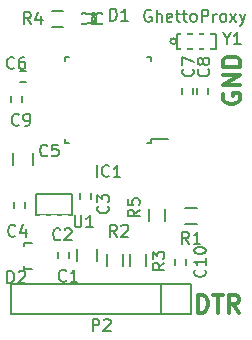
<source format=gto>
G04 #@! TF.FileFunction,Legend,Top*
%FSLAX46Y46*%
G04 Gerber Fmt 4.6, Leading zero omitted, Abs format (unit mm)*
G04 Created by KiCad (PCBNEW (2014-11-21 BZR 5297)-product) date Mo 02 Feb 2015 01:28:56 CET*
%MOMM*%
G01*
G04 APERTURE LIST*
%ADD10C,0.150000*%
%ADD11C,0.200000*%
%ADD12C,0.300000*%
%ADD13R,1.250000X1.000000*%
%ADD14R,0.500000X0.600000*%
%ADD15R,0.600000X0.500000*%
%ADD16R,0.797560X0.797560*%
%ADD17R,0.800100X0.800100*%
%ADD18R,1.600000X0.550000*%
%ADD19R,0.550000X1.600000*%
%ADD20R,2.032000X1.727200*%
%ADD21O,2.032000X1.727200*%
%ADD22R,1.727200X2.032000*%
%ADD23O,1.727200X2.032000*%
%ADD24R,0.500000X0.900000*%
%ADD25R,0.900000X0.500000*%
%ADD26R,0.508000X0.762000*%
%ADD27R,0.600000X1.800000*%
G04 APERTURE END LIST*
D10*
D11*
X167309523Y-99500000D02*
X167214285Y-99452381D01*
X167071428Y-99452381D01*
X166928570Y-99500000D01*
X166833332Y-99595238D01*
X166785713Y-99690476D01*
X166738094Y-99880952D01*
X166738094Y-100023810D01*
X166785713Y-100214286D01*
X166833332Y-100309524D01*
X166928570Y-100404762D01*
X167071428Y-100452381D01*
X167166666Y-100452381D01*
X167309523Y-100404762D01*
X167357142Y-100357143D01*
X167357142Y-100023810D01*
X167166666Y-100023810D01*
X167785713Y-100452381D02*
X167785713Y-99452381D01*
X168214285Y-100452381D02*
X168214285Y-99928571D01*
X168166666Y-99833333D01*
X168071428Y-99785714D01*
X167928570Y-99785714D01*
X167833332Y-99833333D01*
X167785713Y-99880952D01*
X169071428Y-100404762D02*
X168976190Y-100452381D01*
X168785713Y-100452381D01*
X168690475Y-100404762D01*
X168642856Y-100309524D01*
X168642856Y-99928571D01*
X168690475Y-99833333D01*
X168785713Y-99785714D01*
X168976190Y-99785714D01*
X169071428Y-99833333D01*
X169119047Y-99928571D01*
X169119047Y-100023810D01*
X168642856Y-100119048D01*
X169404761Y-99785714D02*
X169785713Y-99785714D01*
X169547618Y-99452381D02*
X169547618Y-100309524D01*
X169595237Y-100404762D01*
X169690475Y-100452381D01*
X169785713Y-100452381D01*
X169976190Y-99785714D02*
X170357142Y-99785714D01*
X170119047Y-99452381D02*
X170119047Y-100309524D01*
X170166666Y-100404762D01*
X170261904Y-100452381D01*
X170357142Y-100452381D01*
X170833333Y-100452381D02*
X170738095Y-100404762D01*
X170690476Y-100357143D01*
X170642857Y-100261905D01*
X170642857Y-99976190D01*
X170690476Y-99880952D01*
X170738095Y-99833333D01*
X170833333Y-99785714D01*
X170976191Y-99785714D01*
X171071429Y-99833333D01*
X171119048Y-99880952D01*
X171166667Y-99976190D01*
X171166667Y-100261905D01*
X171119048Y-100357143D01*
X171071429Y-100404762D01*
X170976191Y-100452381D01*
X170833333Y-100452381D01*
X171595238Y-100452381D02*
X171595238Y-99452381D01*
X171976191Y-99452381D01*
X172071429Y-99500000D01*
X172119048Y-99547619D01*
X172166667Y-99642857D01*
X172166667Y-99785714D01*
X172119048Y-99880952D01*
X172071429Y-99928571D01*
X171976191Y-99976190D01*
X171595238Y-99976190D01*
X172595238Y-100452381D02*
X172595238Y-99785714D01*
X172595238Y-99976190D02*
X172642857Y-99880952D01*
X172690476Y-99833333D01*
X172785714Y-99785714D01*
X172880953Y-99785714D01*
X173357143Y-100452381D02*
X173261905Y-100404762D01*
X173214286Y-100357143D01*
X173166667Y-100261905D01*
X173166667Y-99976190D01*
X173214286Y-99880952D01*
X173261905Y-99833333D01*
X173357143Y-99785714D01*
X173500001Y-99785714D01*
X173595239Y-99833333D01*
X173642858Y-99880952D01*
X173690477Y-99976190D01*
X173690477Y-100261905D01*
X173642858Y-100357143D01*
X173595239Y-100404762D01*
X173500001Y-100452381D01*
X173357143Y-100452381D01*
X174023810Y-100452381D02*
X174547620Y-99785714D01*
X174023810Y-99785714D02*
X174547620Y-100452381D01*
X174833334Y-99785714D02*
X175071429Y-100452381D01*
X175309525Y-99785714D02*
X175071429Y-100452381D01*
X174976191Y-100690476D01*
X174928572Y-100738095D01*
X174833334Y-100785714D01*
D12*
X173450000Y-106542857D02*
X173378571Y-106685714D01*
X173378571Y-106900000D01*
X173450000Y-107114285D01*
X173592857Y-107257143D01*
X173735714Y-107328571D01*
X174021429Y-107400000D01*
X174235714Y-107400000D01*
X174521429Y-107328571D01*
X174664286Y-107257143D01*
X174807143Y-107114285D01*
X174878571Y-106900000D01*
X174878571Y-106757143D01*
X174807143Y-106542857D01*
X174735714Y-106471428D01*
X174235714Y-106471428D01*
X174235714Y-106757143D01*
X174878571Y-105828571D02*
X173378571Y-105828571D01*
X174878571Y-104971428D01*
X173378571Y-104971428D01*
X174878571Y-104257142D02*
X173378571Y-104257142D01*
X173378571Y-103899999D01*
X173450000Y-103685714D01*
X173592857Y-103542856D01*
X173735714Y-103471428D01*
X174021429Y-103399999D01*
X174235714Y-103399999D01*
X174521429Y-103471428D01*
X174664286Y-103542856D01*
X174807143Y-103685714D01*
X174878571Y-103899999D01*
X174878571Y-104257142D01*
X171285715Y-125078571D02*
X171285715Y-123578571D01*
X171642858Y-123578571D01*
X171857143Y-123650000D01*
X172000001Y-123792857D01*
X172071429Y-123935714D01*
X172142858Y-124221429D01*
X172142858Y-124435714D01*
X172071429Y-124721429D01*
X172000001Y-124864286D01*
X171857143Y-125007143D01*
X171642858Y-125078571D01*
X171285715Y-125078571D01*
X172571429Y-123578571D02*
X173428572Y-123578571D01*
X173000001Y-125078571D02*
X173000001Y-123578571D01*
X174785715Y-125078571D02*
X174285715Y-124364286D01*
X173928572Y-125078571D02*
X173928572Y-123578571D01*
X174500000Y-123578571D01*
X174642858Y-123650000D01*
X174714286Y-123721429D01*
X174785715Y-123864286D01*
X174785715Y-124078571D01*
X174714286Y-124221429D01*
X174642858Y-124292857D01*
X174500000Y-124364286D01*
X173928572Y-124364286D01*
D10*
X161050000Y-119700000D02*
X161050000Y-120700000D01*
X162750000Y-120700000D02*
X162750000Y-119700000D01*
X159425000Y-119950000D02*
X159425000Y-120450000D01*
X160375000Y-120450000D02*
X160375000Y-119950000D01*
X162275000Y-115450000D02*
X162275000Y-114950000D01*
X161325000Y-114950000D02*
X161325000Y-115450000D01*
X156675000Y-116250000D02*
X156675000Y-115750000D01*
X155725000Y-115750000D02*
X155725000Y-116250000D01*
X155650000Y-111600000D02*
X155650000Y-112600000D01*
X157350000Y-112600000D02*
X157350000Y-111600000D01*
X155425000Y-106750000D02*
X155425000Y-107250000D01*
X156375000Y-107250000D02*
X156375000Y-106750000D01*
X170875000Y-106550000D02*
X170875000Y-106050000D01*
X169925000Y-106050000D02*
X169925000Y-106550000D01*
X172175000Y-106550000D02*
X172175000Y-106050000D01*
X171225000Y-106050000D02*
X171225000Y-106550000D01*
X156250000Y-105575000D02*
X156750000Y-105575000D01*
X156750000Y-104625000D02*
X156250000Y-104625000D01*
X170275000Y-121050000D02*
X170275000Y-120550000D01*
X169325000Y-120550000D02*
X169325000Y-121050000D01*
X162749580Y-99750420D02*
X162749580Y-100649580D01*
X162749580Y-100649580D02*
X163148360Y-100649580D01*
X163148360Y-99750420D02*
X163148360Y-100649580D01*
X162749580Y-99750420D02*
X163148360Y-99750420D01*
X161451640Y-99750420D02*
X161451640Y-100649580D01*
X161451640Y-100649580D02*
X161850420Y-100649580D01*
X161850420Y-99750420D02*
X161850420Y-100649580D01*
X161451640Y-99750420D02*
X161850420Y-99750420D01*
X162300000Y-99750420D02*
X162300000Y-99900280D01*
X162300000Y-99900280D02*
X162599720Y-99900280D01*
X162599720Y-99750420D02*
X162599720Y-99900280D01*
X162300000Y-99750420D02*
X162599720Y-99750420D01*
X162300000Y-100499720D02*
X162300000Y-100649580D01*
X162300000Y-100649580D02*
X162599720Y-100649580D01*
X162599720Y-100499720D02*
X162599720Y-100649580D01*
X162300000Y-100499720D02*
X162599720Y-100499720D01*
X162300000Y-100050140D02*
X162300000Y-100349860D01*
X162300000Y-100349860D02*
X162599720Y-100349860D01*
X162599720Y-100050140D02*
X162599720Y-100349860D01*
X162300000Y-100050140D02*
X162599720Y-100050140D01*
X162749580Y-99801220D02*
X161850420Y-99801220D01*
X162749580Y-100598780D02*
X161850420Y-100598780D01*
X156549760Y-119400840D02*
X156549760Y-119449100D01*
X157250800Y-121399820D02*
X156549760Y-121399820D01*
X156549760Y-121399820D02*
X156549760Y-121150900D01*
X156549760Y-119400840D02*
X156549760Y-119200180D01*
X156549760Y-119200180D02*
X157250800Y-119200180D01*
X167325000Y-110725000D02*
X167325000Y-110400000D01*
X160075000Y-110725000D02*
X160075000Y-110400000D01*
X160075000Y-103475000D02*
X160075000Y-103800000D01*
X167325000Y-103475000D02*
X167325000Y-103800000D01*
X167325000Y-110725000D02*
X167000000Y-110725000D01*
X167325000Y-103475000D02*
X167000000Y-103475000D01*
X160075000Y-103475000D02*
X160400000Y-103475000D01*
X160075000Y-110725000D02*
X160400000Y-110725000D01*
X167325000Y-110400000D02*
X168750000Y-110400000D01*
X168180000Y-125170000D02*
X155480000Y-125170000D01*
X155480000Y-125170000D02*
X155480000Y-122630000D01*
X155480000Y-122630000D02*
X168180000Y-122630000D01*
X170720000Y-125170000D02*
X168180000Y-125170000D01*
X168180000Y-125170000D02*
X168180000Y-122630000D01*
X170720000Y-125170000D02*
X170720000Y-122630000D01*
X170720000Y-122630000D02*
X168180000Y-122630000D01*
X170200000Y-116225000D02*
X171200000Y-116225000D01*
X171200000Y-117575000D02*
X170200000Y-117575000D01*
X164975000Y-120100000D02*
X164975000Y-121100000D01*
X163625000Y-121100000D02*
X163625000Y-120100000D01*
X166875000Y-120100000D02*
X166875000Y-121100000D01*
X165525000Y-121100000D02*
X165525000Y-120100000D01*
X158900000Y-99525000D02*
X159900000Y-99525000D01*
X159900000Y-100875000D02*
X158900000Y-100875000D01*
X167125000Y-117300000D02*
X167125000Y-116300000D01*
X168475000Y-116300000D02*
X168475000Y-117300000D01*
X160624000Y-115011000D02*
X160624000Y-116789000D01*
X160624000Y-116789000D02*
X157576000Y-116789000D01*
X157576000Y-116789000D02*
X157576000Y-115011000D01*
X157576000Y-115011000D02*
X160624000Y-115011000D01*
X169450000Y-102100000D02*
G75*
G03X169450000Y-102100000I-250000J0D01*
G01*
X169500000Y-102750000D02*
X172800000Y-102750000D01*
X172800000Y-102750000D02*
X172800000Y-101450000D01*
X172800000Y-101450000D02*
X169500000Y-101450000D01*
X169500000Y-101450000D02*
X169500000Y-102750000D01*
X160133334Y-122357143D02*
X160085715Y-122404762D01*
X159942858Y-122452381D01*
X159847620Y-122452381D01*
X159704762Y-122404762D01*
X159609524Y-122309524D01*
X159561905Y-122214286D01*
X159514286Y-122023810D01*
X159514286Y-121880952D01*
X159561905Y-121690476D01*
X159609524Y-121595238D01*
X159704762Y-121500000D01*
X159847620Y-121452381D01*
X159942858Y-121452381D01*
X160085715Y-121500000D01*
X160133334Y-121547619D01*
X161085715Y-122452381D02*
X160514286Y-122452381D01*
X160800000Y-122452381D02*
X160800000Y-121452381D01*
X160704762Y-121595238D01*
X160609524Y-121690476D01*
X160514286Y-121738095D01*
X159633334Y-118857143D02*
X159585715Y-118904762D01*
X159442858Y-118952381D01*
X159347620Y-118952381D01*
X159204762Y-118904762D01*
X159109524Y-118809524D01*
X159061905Y-118714286D01*
X159014286Y-118523810D01*
X159014286Y-118380952D01*
X159061905Y-118190476D01*
X159109524Y-118095238D01*
X159204762Y-118000000D01*
X159347620Y-117952381D01*
X159442858Y-117952381D01*
X159585715Y-118000000D01*
X159633334Y-118047619D01*
X160014286Y-118047619D02*
X160061905Y-118000000D01*
X160157143Y-117952381D01*
X160395239Y-117952381D01*
X160490477Y-118000000D01*
X160538096Y-118047619D01*
X160585715Y-118142857D01*
X160585715Y-118238095D01*
X160538096Y-118380952D01*
X159966667Y-118952381D01*
X160585715Y-118952381D01*
X163657143Y-116066666D02*
X163704762Y-116114285D01*
X163752381Y-116257142D01*
X163752381Y-116352380D01*
X163704762Y-116495238D01*
X163609524Y-116590476D01*
X163514286Y-116638095D01*
X163323810Y-116685714D01*
X163180952Y-116685714D01*
X162990476Y-116638095D01*
X162895238Y-116590476D01*
X162800000Y-116495238D01*
X162752381Y-116352380D01*
X162752381Y-116257142D01*
X162800000Y-116114285D01*
X162847619Y-116066666D01*
X162752381Y-115733333D02*
X162752381Y-115114285D01*
X163133333Y-115447619D01*
X163133333Y-115304761D01*
X163180952Y-115209523D01*
X163228571Y-115161904D01*
X163323810Y-115114285D01*
X163561905Y-115114285D01*
X163657143Y-115161904D01*
X163704762Y-115209523D01*
X163752381Y-115304761D01*
X163752381Y-115590476D01*
X163704762Y-115685714D01*
X163657143Y-115733333D01*
X155833334Y-118557143D02*
X155785715Y-118604762D01*
X155642858Y-118652381D01*
X155547620Y-118652381D01*
X155404762Y-118604762D01*
X155309524Y-118509524D01*
X155261905Y-118414286D01*
X155214286Y-118223810D01*
X155214286Y-118080952D01*
X155261905Y-117890476D01*
X155309524Y-117795238D01*
X155404762Y-117700000D01*
X155547620Y-117652381D01*
X155642858Y-117652381D01*
X155785715Y-117700000D01*
X155833334Y-117747619D01*
X156690477Y-117985714D02*
X156690477Y-118652381D01*
X156452381Y-117604762D02*
X156214286Y-118319048D01*
X156833334Y-118319048D01*
X158533334Y-111757143D02*
X158485715Y-111804762D01*
X158342858Y-111852381D01*
X158247620Y-111852381D01*
X158104762Y-111804762D01*
X158009524Y-111709524D01*
X157961905Y-111614286D01*
X157914286Y-111423810D01*
X157914286Y-111280952D01*
X157961905Y-111090476D01*
X158009524Y-110995238D01*
X158104762Y-110900000D01*
X158247620Y-110852381D01*
X158342858Y-110852381D01*
X158485715Y-110900000D01*
X158533334Y-110947619D01*
X159438096Y-110852381D02*
X158961905Y-110852381D01*
X158914286Y-111328571D01*
X158961905Y-111280952D01*
X159057143Y-111233333D01*
X159295239Y-111233333D01*
X159390477Y-111280952D01*
X159438096Y-111328571D01*
X159485715Y-111423810D01*
X159485715Y-111661905D01*
X159438096Y-111757143D01*
X159390477Y-111804762D01*
X159295239Y-111852381D01*
X159057143Y-111852381D01*
X158961905Y-111804762D01*
X158914286Y-111757143D01*
X155733334Y-104357143D02*
X155685715Y-104404762D01*
X155542858Y-104452381D01*
X155447620Y-104452381D01*
X155304762Y-104404762D01*
X155209524Y-104309524D01*
X155161905Y-104214286D01*
X155114286Y-104023810D01*
X155114286Y-103880952D01*
X155161905Y-103690476D01*
X155209524Y-103595238D01*
X155304762Y-103500000D01*
X155447620Y-103452381D01*
X155542858Y-103452381D01*
X155685715Y-103500000D01*
X155733334Y-103547619D01*
X156590477Y-103452381D02*
X156400000Y-103452381D01*
X156304762Y-103500000D01*
X156257143Y-103547619D01*
X156161905Y-103690476D01*
X156114286Y-103880952D01*
X156114286Y-104261905D01*
X156161905Y-104357143D01*
X156209524Y-104404762D01*
X156304762Y-104452381D01*
X156495239Y-104452381D01*
X156590477Y-104404762D01*
X156638096Y-104357143D01*
X156685715Y-104261905D01*
X156685715Y-104023810D01*
X156638096Y-103928571D01*
X156590477Y-103880952D01*
X156495239Y-103833333D01*
X156304762Y-103833333D01*
X156209524Y-103880952D01*
X156161905Y-103928571D01*
X156114286Y-104023810D01*
X170857143Y-104466666D02*
X170904762Y-104514285D01*
X170952381Y-104657142D01*
X170952381Y-104752380D01*
X170904762Y-104895238D01*
X170809524Y-104990476D01*
X170714286Y-105038095D01*
X170523810Y-105085714D01*
X170380952Y-105085714D01*
X170190476Y-105038095D01*
X170095238Y-104990476D01*
X170000000Y-104895238D01*
X169952381Y-104752380D01*
X169952381Y-104657142D01*
X170000000Y-104514285D01*
X170047619Y-104466666D01*
X169952381Y-104133333D02*
X169952381Y-103466666D01*
X170952381Y-103895238D01*
X172157143Y-104466666D02*
X172204762Y-104514285D01*
X172252381Y-104657142D01*
X172252381Y-104752380D01*
X172204762Y-104895238D01*
X172109524Y-104990476D01*
X172014286Y-105038095D01*
X171823810Y-105085714D01*
X171680952Y-105085714D01*
X171490476Y-105038095D01*
X171395238Y-104990476D01*
X171300000Y-104895238D01*
X171252381Y-104752380D01*
X171252381Y-104657142D01*
X171300000Y-104514285D01*
X171347619Y-104466666D01*
X171680952Y-103895238D02*
X171633333Y-103990476D01*
X171585714Y-104038095D01*
X171490476Y-104085714D01*
X171442857Y-104085714D01*
X171347619Y-104038095D01*
X171300000Y-103990476D01*
X171252381Y-103895238D01*
X171252381Y-103704761D01*
X171300000Y-103609523D01*
X171347619Y-103561904D01*
X171442857Y-103514285D01*
X171490476Y-103514285D01*
X171585714Y-103561904D01*
X171633333Y-103609523D01*
X171680952Y-103704761D01*
X171680952Y-103895238D01*
X171728571Y-103990476D01*
X171776190Y-104038095D01*
X171871429Y-104085714D01*
X172061905Y-104085714D01*
X172157143Y-104038095D01*
X172204762Y-103990476D01*
X172252381Y-103895238D01*
X172252381Y-103704761D01*
X172204762Y-103609523D01*
X172157143Y-103561904D01*
X172061905Y-103514285D01*
X171871429Y-103514285D01*
X171776190Y-103561904D01*
X171728571Y-103609523D01*
X171680952Y-103704761D01*
X156133334Y-109157143D02*
X156085715Y-109204762D01*
X155942858Y-109252381D01*
X155847620Y-109252381D01*
X155704762Y-109204762D01*
X155609524Y-109109524D01*
X155561905Y-109014286D01*
X155514286Y-108823810D01*
X155514286Y-108680952D01*
X155561905Y-108490476D01*
X155609524Y-108395238D01*
X155704762Y-108300000D01*
X155847620Y-108252381D01*
X155942858Y-108252381D01*
X156085715Y-108300000D01*
X156133334Y-108347619D01*
X156609524Y-109252381D02*
X156800000Y-109252381D01*
X156895239Y-109204762D01*
X156942858Y-109157143D01*
X157038096Y-109014286D01*
X157085715Y-108823810D01*
X157085715Y-108442857D01*
X157038096Y-108347619D01*
X156990477Y-108300000D01*
X156895239Y-108252381D01*
X156704762Y-108252381D01*
X156609524Y-108300000D01*
X156561905Y-108347619D01*
X156514286Y-108442857D01*
X156514286Y-108680952D01*
X156561905Y-108776190D01*
X156609524Y-108823810D01*
X156704762Y-108871429D01*
X156895239Y-108871429D01*
X156990477Y-108823810D01*
X157038096Y-108776190D01*
X157085715Y-108680952D01*
X171857143Y-121442857D02*
X171904762Y-121490476D01*
X171952381Y-121633333D01*
X171952381Y-121728571D01*
X171904762Y-121871429D01*
X171809524Y-121966667D01*
X171714286Y-122014286D01*
X171523810Y-122061905D01*
X171380952Y-122061905D01*
X171190476Y-122014286D01*
X171095238Y-121966667D01*
X171000000Y-121871429D01*
X170952381Y-121728571D01*
X170952381Y-121633333D01*
X171000000Y-121490476D01*
X171047619Y-121442857D01*
X171952381Y-120490476D02*
X171952381Y-121061905D01*
X171952381Y-120776191D02*
X170952381Y-120776191D01*
X171095238Y-120871429D01*
X171190476Y-120966667D01*
X171238095Y-121061905D01*
X170952381Y-119871429D02*
X170952381Y-119776190D01*
X171000000Y-119680952D01*
X171047619Y-119633333D01*
X171142857Y-119585714D01*
X171333333Y-119538095D01*
X171571429Y-119538095D01*
X171761905Y-119585714D01*
X171857143Y-119633333D01*
X171904762Y-119680952D01*
X171952381Y-119776190D01*
X171952381Y-119871429D01*
X171904762Y-119966667D01*
X171857143Y-120014286D01*
X171761905Y-120061905D01*
X171571429Y-120109524D01*
X171333333Y-120109524D01*
X171142857Y-120061905D01*
X171047619Y-120014286D01*
X171000000Y-119966667D01*
X170952381Y-119871429D01*
X163861905Y-100352381D02*
X163861905Y-99352381D01*
X164100000Y-99352381D01*
X164242858Y-99400000D01*
X164338096Y-99495238D01*
X164385715Y-99590476D01*
X164433334Y-99780952D01*
X164433334Y-99923810D01*
X164385715Y-100114286D01*
X164338096Y-100209524D01*
X164242858Y-100304762D01*
X164100000Y-100352381D01*
X163861905Y-100352381D01*
X165385715Y-100352381D02*
X164814286Y-100352381D01*
X165100000Y-100352381D02*
X165100000Y-99352381D01*
X165004762Y-99495238D01*
X164909524Y-99590476D01*
X164814286Y-99638095D01*
X155161905Y-122552381D02*
X155161905Y-121552381D01*
X155400000Y-121552381D01*
X155542858Y-121600000D01*
X155638096Y-121695238D01*
X155685715Y-121790476D01*
X155733334Y-121980952D01*
X155733334Y-122123810D01*
X155685715Y-122314286D01*
X155638096Y-122409524D01*
X155542858Y-122504762D01*
X155400000Y-122552381D01*
X155161905Y-122552381D01*
X156114286Y-121647619D02*
X156161905Y-121600000D01*
X156257143Y-121552381D01*
X156495239Y-121552381D01*
X156590477Y-121600000D01*
X156638096Y-121647619D01*
X156685715Y-121742857D01*
X156685715Y-121838095D01*
X156638096Y-121980952D01*
X156066667Y-122552381D01*
X156685715Y-122552381D01*
X162723810Y-113602381D02*
X162723810Y-112602381D01*
X163771429Y-113507143D02*
X163723810Y-113554762D01*
X163580953Y-113602381D01*
X163485715Y-113602381D01*
X163342857Y-113554762D01*
X163247619Y-113459524D01*
X163200000Y-113364286D01*
X163152381Y-113173810D01*
X163152381Y-113030952D01*
X163200000Y-112840476D01*
X163247619Y-112745238D01*
X163342857Y-112650000D01*
X163485715Y-112602381D01*
X163580953Y-112602381D01*
X163723810Y-112650000D01*
X163771429Y-112697619D01*
X164723810Y-113602381D02*
X164152381Y-113602381D01*
X164438095Y-113602381D02*
X164438095Y-112602381D01*
X164342857Y-112745238D01*
X164247619Y-112840476D01*
X164152381Y-112888095D01*
X162361905Y-126638381D02*
X162361905Y-125638381D01*
X162742858Y-125638381D01*
X162838096Y-125686000D01*
X162885715Y-125733619D01*
X162933334Y-125828857D01*
X162933334Y-125971714D01*
X162885715Y-126066952D01*
X162838096Y-126114571D01*
X162742858Y-126162190D01*
X162361905Y-126162190D01*
X163314286Y-125733619D02*
X163361905Y-125686000D01*
X163457143Y-125638381D01*
X163695239Y-125638381D01*
X163790477Y-125686000D01*
X163838096Y-125733619D01*
X163885715Y-125828857D01*
X163885715Y-125924095D01*
X163838096Y-126066952D01*
X163266667Y-126638381D01*
X163885715Y-126638381D01*
X170533334Y-119252381D02*
X170200000Y-118776190D01*
X169961905Y-119252381D02*
X169961905Y-118252381D01*
X170342858Y-118252381D01*
X170438096Y-118300000D01*
X170485715Y-118347619D01*
X170533334Y-118442857D01*
X170533334Y-118585714D01*
X170485715Y-118680952D01*
X170438096Y-118728571D01*
X170342858Y-118776190D01*
X169961905Y-118776190D01*
X171485715Y-119252381D02*
X170914286Y-119252381D01*
X171200000Y-119252381D02*
X171200000Y-118252381D01*
X171104762Y-118395238D01*
X171009524Y-118490476D01*
X170914286Y-118538095D01*
X164433334Y-118652381D02*
X164100000Y-118176190D01*
X163861905Y-118652381D02*
X163861905Y-117652381D01*
X164242858Y-117652381D01*
X164338096Y-117700000D01*
X164385715Y-117747619D01*
X164433334Y-117842857D01*
X164433334Y-117985714D01*
X164385715Y-118080952D01*
X164338096Y-118128571D01*
X164242858Y-118176190D01*
X163861905Y-118176190D01*
X164814286Y-117747619D02*
X164861905Y-117700000D01*
X164957143Y-117652381D01*
X165195239Y-117652381D01*
X165290477Y-117700000D01*
X165338096Y-117747619D01*
X165385715Y-117842857D01*
X165385715Y-117938095D01*
X165338096Y-118080952D01*
X164766667Y-118652381D01*
X165385715Y-118652381D01*
X168452381Y-120866666D02*
X167976190Y-121200000D01*
X168452381Y-121438095D02*
X167452381Y-121438095D01*
X167452381Y-121057142D01*
X167500000Y-120961904D01*
X167547619Y-120914285D01*
X167642857Y-120866666D01*
X167785714Y-120866666D01*
X167880952Y-120914285D01*
X167928571Y-120961904D01*
X167976190Y-121057142D01*
X167976190Y-121438095D01*
X167452381Y-120533333D02*
X167452381Y-119914285D01*
X167833333Y-120247619D01*
X167833333Y-120104761D01*
X167880952Y-120009523D01*
X167928571Y-119961904D01*
X168023810Y-119914285D01*
X168261905Y-119914285D01*
X168357143Y-119961904D01*
X168404762Y-120009523D01*
X168452381Y-120104761D01*
X168452381Y-120390476D01*
X168404762Y-120485714D01*
X168357143Y-120533333D01*
X157133334Y-100652381D02*
X156800000Y-100176190D01*
X156561905Y-100652381D02*
X156561905Y-99652381D01*
X156942858Y-99652381D01*
X157038096Y-99700000D01*
X157085715Y-99747619D01*
X157133334Y-99842857D01*
X157133334Y-99985714D01*
X157085715Y-100080952D01*
X157038096Y-100128571D01*
X156942858Y-100176190D01*
X156561905Y-100176190D01*
X157990477Y-99985714D02*
X157990477Y-100652381D01*
X157752381Y-99604762D02*
X157514286Y-100319048D01*
X158133334Y-100319048D01*
X166352381Y-116366666D02*
X165876190Y-116700000D01*
X166352381Y-116938095D02*
X165352381Y-116938095D01*
X165352381Y-116557142D01*
X165400000Y-116461904D01*
X165447619Y-116414285D01*
X165542857Y-116366666D01*
X165685714Y-116366666D01*
X165780952Y-116414285D01*
X165828571Y-116461904D01*
X165876190Y-116557142D01*
X165876190Y-116938095D01*
X165352381Y-115461904D02*
X165352381Y-115938095D01*
X165828571Y-115985714D01*
X165780952Y-115938095D01*
X165733333Y-115842857D01*
X165733333Y-115604761D01*
X165780952Y-115509523D01*
X165828571Y-115461904D01*
X165923810Y-115414285D01*
X166161905Y-115414285D01*
X166257143Y-115461904D01*
X166304762Y-115509523D01*
X166352381Y-115604761D01*
X166352381Y-115842857D01*
X166304762Y-115938095D01*
X166257143Y-115985714D01*
X160838095Y-116852381D02*
X160838095Y-117661905D01*
X160885714Y-117757143D01*
X160933333Y-117804762D01*
X161028571Y-117852381D01*
X161219048Y-117852381D01*
X161314286Y-117804762D01*
X161361905Y-117757143D01*
X161409524Y-117661905D01*
X161409524Y-116852381D01*
X162409524Y-117852381D02*
X161838095Y-117852381D01*
X162123809Y-117852381D02*
X162123809Y-116852381D01*
X162028571Y-116995238D01*
X161933333Y-117090476D01*
X161838095Y-117138095D01*
X173723809Y-101876190D02*
X173723809Y-102352381D01*
X173390476Y-101352381D02*
X173723809Y-101876190D01*
X174057143Y-101352381D01*
X174914286Y-102352381D02*
X174342857Y-102352381D01*
X174628571Y-102352381D02*
X174628571Y-101352381D01*
X174533333Y-101495238D01*
X174438095Y-101590476D01*
X174342857Y-101638095D01*
%LPC*%
D13*
X161900000Y-121200000D03*
X161900000Y-119200000D03*
D14*
X159900000Y-120750000D03*
X159900000Y-119650000D03*
X161800000Y-114650000D03*
X161800000Y-115750000D03*
X156200000Y-115450000D03*
X156200000Y-116550000D03*
D13*
X156500000Y-113100000D03*
X156500000Y-111100000D03*
D14*
X155900000Y-107550000D03*
X155900000Y-106450000D03*
X170400000Y-105750000D03*
X170400000Y-106850000D03*
X171700000Y-105750000D03*
X171700000Y-106850000D03*
D15*
X157050000Y-105100000D03*
X155950000Y-105100000D03*
D14*
X169800000Y-120250000D03*
X169800000Y-121350000D03*
D16*
X161550700Y-100200000D03*
X163049300Y-100200000D03*
D17*
X158200760Y-121001040D03*
X158200760Y-119598960D03*
X156201780Y-120300000D03*
D18*
X167950000Y-109900000D03*
X167950000Y-109100000D03*
X167950000Y-108300000D03*
X167950000Y-107500000D03*
X167950000Y-106700000D03*
X167950000Y-105900000D03*
X167950000Y-105100000D03*
X167950000Y-104300000D03*
D19*
X166500000Y-102850000D03*
X165700000Y-102850000D03*
X164900000Y-102850000D03*
X164100000Y-102850000D03*
X163300000Y-102850000D03*
X162500000Y-102850000D03*
X161700000Y-102850000D03*
X160900000Y-102850000D03*
D18*
X159450000Y-104300000D03*
X159450000Y-105100000D03*
X159450000Y-105900000D03*
X159450000Y-106700000D03*
X159450000Y-107500000D03*
X159450000Y-108300000D03*
X159450000Y-109100000D03*
X159450000Y-109900000D03*
D19*
X160900000Y-111350000D03*
X161700000Y-111350000D03*
X162500000Y-111350000D03*
X163300000Y-111350000D03*
X164100000Y-111350000D03*
X164900000Y-111350000D03*
X165700000Y-111350000D03*
X166500000Y-111350000D03*
D20*
X174200000Y-121950000D03*
D21*
X174200000Y-119410000D03*
X174200000Y-116870000D03*
X174200000Y-114330000D03*
X174200000Y-111790000D03*
X174200000Y-109250000D03*
D22*
X169450000Y-123900000D03*
D23*
X166910000Y-123900000D03*
X164370000Y-123900000D03*
X161830000Y-123900000D03*
X159290000Y-123900000D03*
X156750000Y-123900000D03*
D24*
X171450000Y-116900000D03*
X169950000Y-116900000D03*
D25*
X164300000Y-121350000D03*
X164300000Y-119850000D03*
X166200000Y-121350000D03*
X166200000Y-119850000D03*
D24*
X160150000Y-100200000D03*
X158650000Y-100200000D03*
D25*
X167800000Y-116050000D03*
X167800000Y-117550000D03*
D26*
X158147500Y-117170000D03*
X160052500Y-117170000D03*
X158147500Y-114630000D03*
X159100000Y-117170000D03*
X160052500Y-114630000D03*
D27*
X170150000Y-102100000D03*
X171100000Y-102100000D03*
X172049999Y-102100000D03*
M02*

</source>
